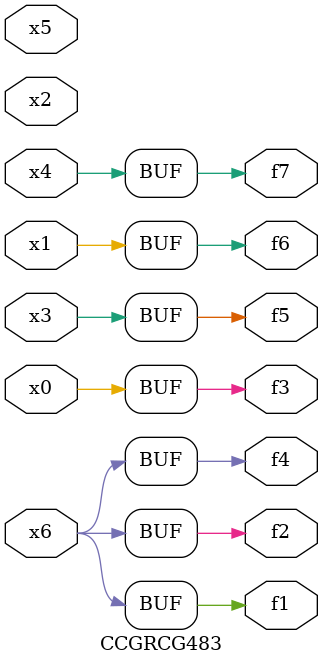
<source format=v>
module CCGRCG483(
	input x0, x1, x2, x3, x4, x5, x6,
	output f1, f2, f3, f4, f5, f6, f7
);
	assign f1 = x6;
	assign f2 = x6;
	assign f3 = x0;
	assign f4 = x6;
	assign f5 = x3;
	assign f6 = x1;
	assign f7 = x4;
endmodule

</source>
